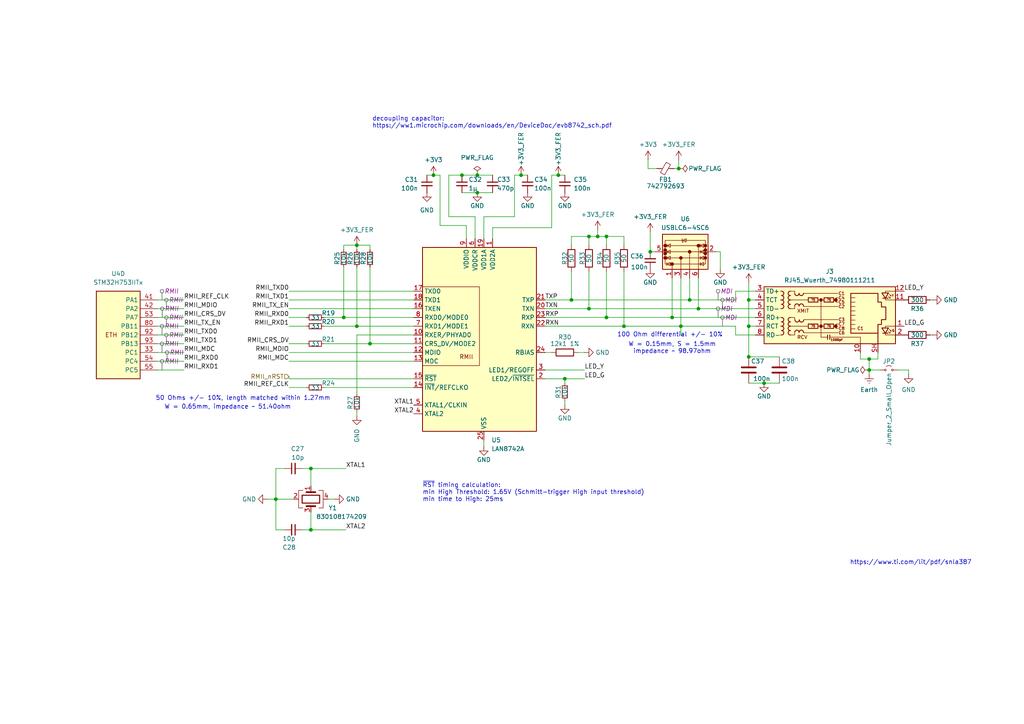
<source format=kicad_sch>
(kicad_sch
	(version 20250114)
	(generator "eeschema")
	(generator_version "9.0")
	(uuid "646f0ec7-69cc-4f42-8786-19ce68dbe63b")
	(paper "A4")
	
	(text "https://www.ti.com/lit/pdf/snla387"
		(exclude_from_sim no)
		(at 264.16 163.195 0)
		(effects
			(font
				(size 1.27 1.27)
			)
		)
		(uuid "07355253-d57a-4889-91b8-64d92046556e")
	)
	(text "W = 0.15mm, S = 1.5mm\nimpedance ~ 98.97ohm"
		(exclude_from_sim no)
		(at 194.945 100.965 0)
		(effects
			(font
				(size 1.27 1.27)
			)
		)
		(uuid "10599432-6846-41d9-90f3-59c5db07788b")
	)
	(text "W = 0.65mm, impedance ~ 51.40ohm"
		(exclude_from_sim no)
		(at 66.04 118.11 0)
		(effects
			(font
				(size 1.27 1.27)
			)
		)
		(uuid "5745eed2-7441-42db-b0b9-01fe9bde37af")
	)
	(text "~{RST} timing calculation:\nmin High Threshold: 1.65V (Schmitt-trigger High input threshold)\nmin time to High: 25ms"
		(exclude_from_sim no)
		(at 122.555 142.875 0)
		(effects
			(font
				(size 1.27 1.27)
			)
			(justify left)
		)
		(uuid "647e5c24-9002-4bcb-9253-b89a1429e58f")
	)
	(text "50 Ohms +/- 10%, length matched within 1.27mm"
		(exclude_from_sim no)
		(at 70.485 115.57 0)
		(effects
			(font
				(size 1.27 1.27)
			)
		)
		(uuid "87c95337-b4e4-4486-8203-c41b42b73555")
	)
	(text "decoupling capacitor:\nhttps://ww1.microchip.com/downloads/en/DeviceDoc/evb8742_sch.pdf"
		(exclude_from_sim no)
		(at 107.95 35.56 0)
		(effects
			(font
				(size 1.27 1.27)
			)
			(justify left)
		)
		(uuid "8daae0bb-64e3-4fc9-80ff-1c40c2265636")
	)
	(text "100 Ohm differential +/- 10%"
		(exclude_from_sim no)
		(at 194.31 97.155 0)
		(effects
			(font
				(size 1.27 1.27)
			)
		)
		(uuid "91dfeb50-624f-42c9-afcf-757a0abe0581")
	)
	(junction
		(at 196.85 48.895)
		(diameter 0)
		(color 0 0 0 0)
		(uuid "049ee6f0-edd9-4de9-9d41-d67b7d7371c4")
	)
	(junction
		(at 252.095 107.315)
		(diameter 0)
		(color 0 0 0 0)
		(uuid "0a4dc002-a1a1-4420-82d9-0f8650ef61be")
	)
	(junction
		(at 163.83 109.855)
		(diameter 0)
		(color 0 0 0 0)
		(uuid "1b0dfb70-1ae2-419b-8562-dfad3b9b2ec1")
	)
	(junction
		(at 103.505 94.615)
		(diameter 0)
		(color 0 0 0 0)
		(uuid "2035bcc3-7426-4bcb-8edc-fae5b3357d94")
	)
	(junction
		(at 200.025 86.995)
		(diameter 0)
		(color 0 0 0 0)
		(uuid "25b749c7-1401-4828-b757-2fd42b392ad0")
	)
	(junction
		(at 151.13 50.8)
		(diameter 0)
		(color 0 0 0 0)
		(uuid "2647d42f-9872-4cd1-b370-3dd4abad0ecf")
	)
	(junction
		(at 180.975 94.615)
		(diameter 0)
		(color 0 0 0 0)
		(uuid "365a1506-233c-4ff0-95cc-7f7a59db9742")
	)
	(junction
		(at 202.565 89.535)
		(diameter 0)
		(color 0 0 0 0)
		(uuid "3ca12dc6-f8f9-4eaf-895b-a0e59dca2ab8")
	)
	(junction
		(at 165.735 86.995)
		(diameter 0)
		(color 0 0 0 0)
		(uuid "463d78f6-9a6e-4f37-93c6-b49793c12db1")
	)
	(junction
		(at 161.925 50.8)
		(diameter 0)
		(color 0 0 0 0)
		(uuid "4d300525-7eec-4176-997d-066554a55c5b")
	)
	(junction
		(at 221.615 111.125)
		(diameter 0)
		(color 0 0 0 0)
		(uuid "5f43df96-af99-4f70-af0c-81c21162083a")
	)
	(junction
		(at 217.17 86.995)
		(diameter 0)
		(color 0 0 0 0)
		(uuid "608c3ba2-14a8-4f9c-8522-bde368058f20")
	)
	(junction
		(at 80.01 144.78)
		(diameter 0)
		(color 0 0 0 0)
		(uuid "787f373f-9e88-4948-aee8-3d2848b59e9a")
	)
	(junction
		(at 175.895 92.075)
		(diameter 0)
		(color 0 0 0 0)
		(uuid "7fe16ac2-7ca3-4751-a581-5dcb8a6c92fd")
	)
	(junction
		(at 125.73 50.8)
		(diameter 0)
		(color 0 0 0 0)
		(uuid "96e1967a-2115-41a7-88e9-acfb9aa5adde")
	)
	(junction
		(at 217.17 103.505)
		(diameter 0)
		(color 0 0 0 0)
		(uuid "9beb3c46-0a2f-4454-ac89-62302ac3b4b6")
	)
	(junction
		(at 194.945 92.075)
		(diameter 0)
		(color 0 0 0 0)
		(uuid "a08bb165-45d7-420a-ab75-11f530656dba")
	)
	(junction
		(at 99.695 92.075)
		(diameter 0)
		(color 0 0 0 0)
		(uuid "a19ea777-a0c8-4300-8c9c-2eff811d80a8")
	)
	(junction
		(at 197.485 94.615)
		(diameter 0)
		(color 0 0 0 0)
		(uuid "a5b71660-ae78-4f7a-a17b-3c071ec99f50")
	)
	(junction
		(at 173.355 68.58)
		(diameter 0)
		(color 0 0 0 0)
		(uuid "aae18f9d-4e04-46ce-b266-d0e944fa6fe0")
	)
	(junction
		(at 103.505 71.12)
		(diameter 0)
		(color 0 0 0 0)
		(uuid "abafef1c-2e60-46e4-a8ae-5d7767c8353f")
	)
	(junction
		(at 90.17 135.89)
		(diameter 0)
		(color 0 0 0 0)
		(uuid "aebe97b2-90e8-4de5-ae36-1e13702e691f")
	)
	(junction
		(at 217.17 94.615)
		(diameter 0)
		(color 0 0 0 0)
		(uuid "b9cce664-a30d-45fa-9a00-8b22b82def88")
	)
	(junction
		(at 170.815 89.535)
		(diameter 0)
		(color 0 0 0 0)
		(uuid "c3700580-2003-4b1e-b1bb-6f518b3b860f")
	)
	(junction
		(at 107.315 99.695)
		(diameter 0)
		(color 0 0 0 0)
		(uuid "d39b6d90-3daf-408a-85ef-31f5d5d58189")
	)
	(junction
		(at 170.815 68.58)
		(diameter 0)
		(color 0 0 0 0)
		(uuid "dbd60596-381e-4027-a0e0-5a70fa2bfffb")
	)
	(junction
		(at 175.895 68.58)
		(diameter 0)
		(color 0 0 0 0)
		(uuid "e67fad01-e732-47db-8c6b-05e5527967e6")
	)
	(junction
		(at 138.43 50.8)
		(diameter 0)
		(color 0 0 0 0)
		(uuid "eb5b30ac-37b3-4752-9ec5-cabbd714e075")
	)
	(junction
		(at 188.595 73.025)
		(diameter 0)
		(color 0 0 0 0)
		(uuid "f00bcc62-17d4-4f90-8f03-15fd4a6927a5")
	)
	(junction
		(at 90.17 153.67)
		(diameter 0)
		(color 0 0 0 0)
		(uuid "f671a679-fe35-4bcb-8fc5-8cfb555ede48")
	)
	(junction
		(at 138.43 55.88)
		(diameter 0)
		(color 0 0 0 0)
		(uuid "f7882165-b142-422f-b8b9-e7dd0618ad3f")
	)
	(junction
		(at 133.985 50.8)
		(diameter 0)
		(color 0 0 0 0)
		(uuid "f8fde5d8-42bd-473d-8f11-6dac1d9074ab")
	)
	(junction
		(at 252.095 104.14)
		(diameter 0)
		(color 0 0 0 0)
		(uuid "fe636ced-f702-4712-8005-0b89218216b5")
	)
	(wire
		(pts
			(xy 217.17 111.125) (xy 221.615 111.125)
		)
		(stroke
			(width 0)
			(type default)
		)
		(uuid "00144ff2-1693-4af6-869b-7e0a6c94bd1c")
	)
	(wire
		(pts
			(xy 160.02 50.8) (xy 160.02 66.04)
		)
		(stroke
			(width 0)
			(type default)
		)
		(uuid "01affafa-6033-4662-b39b-b9bf66857308")
	)
	(wire
		(pts
			(xy 80.01 144.78) (xy 77.47 144.78)
		)
		(stroke
			(width 0)
			(type default)
		)
		(uuid "01ba70ec-75c3-48c2-bdc1-3082c9c1ff85")
	)
	(wire
		(pts
			(xy 263.525 108.585) (xy 263.525 107.315)
		)
		(stroke
			(width 0)
			(type default)
		)
		(uuid "06da63f1-7d48-4675-bf23-6154b3e6b7ac")
	)
	(wire
		(pts
			(xy 170.815 68.58) (xy 173.355 68.58)
		)
		(stroke
			(width 0)
			(type default)
		)
		(uuid "08911034-c627-4506-90df-866254fed377")
	)
	(wire
		(pts
			(xy 188.595 73.025) (xy 189.865 73.025)
		)
		(stroke
			(width 0)
			(type default)
		)
		(uuid "0af78097-134e-4eab-8e4d-2b17537b0a86")
	)
	(wire
		(pts
			(xy 103.505 71.12) (xy 103.505 72.39)
		)
		(stroke
			(width 0)
			(type default)
		)
		(uuid "0d4f2b73-4153-4178-a506-1e102a676c5a")
	)
	(wire
		(pts
			(xy 173.355 68.58) (xy 175.895 68.58)
		)
		(stroke
			(width 0)
			(type default)
		)
		(uuid "0fccca0a-4dda-4e18-8f4f-5693216504e8")
	)
	(wire
		(pts
			(xy 202.565 89.535) (xy 219.075 89.535)
		)
		(stroke
			(width 0)
			(type default)
		)
		(uuid "13ba2b0e-cb92-40a2-8d8c-a77af3c25332")
	)
	(wire
		(pts
			(xy 197.485 80.645) (xy 197.485 94.615)
		)
		(stroke
			(width 0)
			(type default)
		)
		(uuid "14153454-30f0-4dab-8ae0-c828ed1f6807")
	)
	(wire
		(pts
			(xy 170.815 78.74) (xy 170.815 89.535)
		)
		(stroke
			(width 0)
			(type default)
		)
		(uuid "15301487-0332-4c24-87d6-9ebe513c5aa8")
	)
	(wire
		(pts
			(xy 180.975 78.74) (xy 180.975 94.615)
		)
		(stroke
			(width 0)
			(type default)
		)
		(uuid "16d55de7-d73b-4de9-a28a-2ad1512f7552")
	)
	(wire
		(pts
			(xy 173.355 66.675) (xy 173.355 68.58)
		)
		(stroke
			(width 0)
			(type default)
		)
		(uuid "20e0de63-6e19-4287-9b59-e7006fd03ea4")
	)
	(wire
		(pts
			(xy 165.735 71.12) (xy 165.735 68.58)
		)
		(stroke
			(width 0)
			(type default)
		)
		(uuid "2125a24a-c2df-4b5f-9ce4-1ba7ca1ac7f3")
	)
	(wire
		(pts
			(xy 217.17 94.615) (xy 219.075 94.615)
		)
		(stroke
			(width 0)
			(type default)
		)
		(uuid "220e8c9f-eddd-4d41-b867-0777ab93f49f")
	)
	(wire
		(pts
			(xy 45.72 92.075) (xy 53.34 92.075)
		)
		(stroke
			(width 0)
			(type default)
		)
		(uuid "23d2efb4-7bcc-48a4-909b-bbd3d05a2745")
	)
	(wire
		(pts
			(xy 158.115 94.615) (xy 180.975 94.615)
		)
		(stroke
			(width 0)
			(type default)
		)
		(uuid "2654fbbe-d5a5-49a7-96c1-e5d3d9cbd202")
	)
	(wire
		(pts
			(xy 103.505 97.155) (xy 103.505 114.3)
		)
		(stroke
			(width 0)
			(type default)
		)
		(uuid "26b370ea-f94a-4cc7-8796-34563f511ab4")
	)
	(wire
		(pts
			(xy 83.82 92.075) (xy 88.9 92.075)
		)
		(stroke
			(width 0)
			(type default)
		)
		(uuid "28e1c6e0-596e-45fc-a2ae-dfd4218dcc2b")
	)
	(wire
		(pts
			(xy 125.73 50.8) (xy 127.635 50.8)
		)
		(stroke
			(width 0)
			(type default)
		)
		(uuid "290a9c70-f7fb-4e52-9ec5-3c44da9fa8bb")
	)
	(wire
		(pts
			(xy 127.635 65.405) (xy 135.255 65.405)
		)
		(stroke
			(width 0)
			(type default)
		)
		(uuid "29531760-dd99-46ec-b090-373b73def878")
	)
	(wire
		(pts
			(xy 93.98 92.075) (xy 99.695 92.075)
		)
		(stroke
			(width 0)
			(type default)
		)
		(uuid "2b2480a8-a9e9-4d94-a36d-49898046089b")
	)
	(wire
		(pts
			(xy 45.72 104.775) (xy 53.34 104.775)
		)
		(stroke
			(width 0)
			(type default)
		)
		(uuid "2d1889fb-b78d-46bc-9b9f-a77d13ac50da")
	)
	(wire
		(pts
			(xy 149.225 62.865) (xy 140.335 62.865)
		)
		(stroke
			(width 0)
			(type default)
		)
		(uuid "2da8ee30-603c-4699-bd2a-d6150ecec628")
	)
	(wire
		(pts
			(xy 45.72 102.235) (xy 53.34 102.235)
		)
		(stroke
			(width 0)
			(type default)
		)
		(uuid "2fcd5923-5415-4aa0-b1b2-2572d5169ef0")
	)
	(wire
		(pts
			(xy 213.36 97.155) (xy 213.36 94.615)
		)
		(stroke
			(width 0)
			(type default)
		)
		(uuid "303ec749-b4df-4895-af78-935caf4ffa85")
	)
	(wire
		(pts
			(xy 249.555 102.235) (xy 249.555 104.14)
		)
		(stroke
			(width 0)
			(type default)
		)
		(uuid "339e1b2d-bb9b-420b-8721-d254f6400d5d")
	)
	(wire
		(pts
			(xy 83.82 102.235) (xy 120.015 102.235)
		)
		(stroke
			(width 0)
			(type default)
		)
		(uuid "34208d06-6624-45f4-8759-b98580b4cab6")
	)
	(wire
		(pts
			(xy 194.945 92.075) (xy 219.075 92.075)
		)
		(stroke
			(width 0)
			(type default)
		)
		(uuid "361b4f37-2c45-49ae-bac8-08f8134d397a")
	)
	(wire
		(pts
			(xy 83.82 94.615) (xy 88.9 94.615)
		)
		(stroke
			(width 0)
			(type default)
		)
		(uuid "3a18ed65-3736-42ee-a19e-d4fe4e0db912")
	)
	(wire
		(pts
			(xy 130.175 50.8) (xy 130.175 62.865)
		)
		(stroke
			(width 0)
			(type default)
		)
		(uuid "429cc455-908c-4731-9f3e-59cdf1306dda")
	)
	(wire
		(pts
			(xy 83.82 89.535) (xy 120.015 89.535)
		)
		(stroke
			(width 0)
			(type default)
		)
		(uuid "436c1e9b-5847-48e1-8461-50d0c76d4f4d")
	)
	(wire
		(pts
			(xy 163.83 109.855) (xy 158.115 109.855)
		)
		(stroke
			(width 0)
			(type default)
		)
		(uuid "43dae1d9-5de7-4a35-8a77-507e554c0068")
	)
	(wire
		(pts
			(xy 187.96 48.895) (xy 190.5 48.895)
		)
		(stroke
			(width 0)
			(type default)
		)
		(uuid "48a5b44a-d3cd-4119-adc8-7a67986557fb")
	)
	(wire
		(pts
			(xy 165.735 86.995) (xy 200.025 86.995)
		)
		(stroke
			(width 0)
			(type default)
		)
		(uuid "49a09884-c4f9-4fb9-af64-7c5e38ae0089")
	)
	(wire
		(pts
			(xy 107.315 77.47) (xy 107.315 99.695)
		)
		(stroke
			(width 0)
			(type default)
		)
		(uuid "4bc5c759-75f0-40ef-a141-a41cb1f491fc")
	)
	(wire
		(pts
			(xy 197.485 94.615) (xy 197.485 97.155)
		)
		(stroke
			(width 0)
			(type default)
		)
		(uuid "4beae831-b685-4a3f-8834-07b1056bc02e")
	)
	(wire
		(pts
			(xy 175.895 78.74) (xy 175.895 92.075)
		)
		(stroke
			(width 0)
			(type default)
		)
		(uuid "4d5374fe-a43a-4c9b-b414-195fc28fb9b7")
	)
	(wire
		(pts
			(xy 82.55 153.67) (xy 80.01 153.67)
		)
		(stroke
			(width 0)
			(type default)
		)
		(uuid "4e385c0d-88cc-48c9-a4b5-aefeda986768")
	)
	(wire
		(pts
			(xy 133.985 55.88) (xy 138.43 55.88)
		)
		(stroke
			(width 0)
			(type default)
		)
		(uuid "522a4a19-7f4a-411b-b5a1-ed8003c0efd3")
	)
	(wire
		(pts
			(xy 83.82 86.995) (xy 120.015 86.995)
		)
		(stroke
			(width 0)
			(type default)
		)
		(uuid "52bf19ae-217a-4d6e-9ab1-0d2ab2ccf89a")
	)
	(wire
		(pts
			(xy 270.51 86.995) (xy 269.875 86.995)
		)
		(stroke
			(width 0)
			(type default)
		)
		(uuid "55698565-bacc-4261-aa34-18d5c76ebd76")
	)
	(wire
		(pts
			(xy 83.82 84.455) (xy 120.015 84.455)
		)
		(stroke
			(width 0)
			(type default)
		)
		(uuid "5937e630-c0ef-452a-b08d-abca98131ba2")
	)
	(wire
		(pts
			(xy 45.72 89.535) (xy 53.34 89.535)
		)
		(stroke
			(width 0)
			(type default)
		)
		(uuid "5e24a51b-7d35-445e-a28a-0a7f428dde79")
	)
	(wire
		(pts
			(xy 95.25 144.78) (xy 97.155 144.78)
		)
		(stroke
			(width 0)
			(type default)
		)
		(uuid "61508d60-da4b-43b3-894f-9d6e19fa150a")
	)
	(wire
		(pts
			(xy 103.505 97.155) (xy 120.015 97.155)
		)
		(stroke
			(width 0)
			(type default)
		)
		(uuid "61b320ff-404a-46cc-a700-a316d6f91a6b")
	)
	(wire
		(pts
			(xy 187.96 46.355) (xy 187.96 48.895)
		)
		(stroke
			(width 0)
			(type default)
		)
		(uuid "61d58686-f4f3-4cd0-9e72-c6599e6e60e5")
	)
	(wire
		(pts
			(xy 163.83 109.855) (xy 163.83 111.125)
		)
		(stroke
			(width 0)
			(type default)
		)
		(uuid "674f085f-fb53-4729-8e44-4201119212aa")
	)
	(wire
		(pts
			(xy 130.175 50.8) (xy 133.985 50.8)
		)
		(stroke
			(width 0)
			(type default)
		)
		(uuid "68f2f386-eb02-421e-a7d1-2f8fbe6da36d")
	)
	(wire
		(pts
			(xy 213.36 84.455) (xy 219.075 84.455)
		)
		(stroke
			(width 0)
			(type default)
		)
		(uuid "6afcbffe-476b-4748-95fe-8ea452c242cd")
	)
	(wire
		(pts
			(xy 45.72 99.695) (xy 53.34 99.695)
		)
		(stroke
			(width 0)
			(type default)
		)
		(uuid "6b66700f-6440-4a98-9ea2-912876cb0c86")
	)
	(wire
		(pts
			(xy 252.095 107.315) (xy 255.27 107.315)
		)
		(stroke
			(width 0)
			(type default)
		)
		(uuid "6c6c5d66-4a78-43a2-ad9f-8471ed731a0b")
	)
	(wire
		(pts
			(xy 180.975 68.58) (xy 180.975 71.12)
		)
		(stroke
			(width 0)
			(type default)
		)
		(uuid "6c972cd1-4da0-4615-aed0-1b0e67e4768a")
	)
	(wire
		(pts
			(xy 219.075 86.995) (xy 217.17 86.995)
		)
		(stroke
			(width 0)
			(type default)
		)
		(uuid "6e785828-3fe3-4bff-b9a6-2ec11b609e3c")
	)
	(wire
		(pts
			(xy 197.485 97.155) (xy 198.12 97.155)
		)
		(stroke
			(width 0)
			(type default)
		)
		(uuid "76a2ac1e-6960-48ad-ba9c-9f14d2bf573b")
	)
	(wire
		(pts
			(xy 217.17 103.505) (xy 226.06 103.505)
		)
		(stroke
			(width 0)
			(type default)
		)
		(uuid "78aba207-eb8b-48e5-be39-c7b69e8a494c")
	)
	(wire
		(pts
			(xy 270.51 97.155) (xy 269.875 97.155)
		)
		(stroke
			(width 0)
			(type default)
		)
		(uuid "7bcc2f40-53e0-4560-bac4-206255dca4e5")
	)
	(wire
		(pts
			(xy 99.695 92.075) (xy 120.015 92.075)
		)
		(stroke
			(width 0)
			(type default)
		)
		(uuid "7c2481da-70c0-4909-862e-16149359c609")
	)
	(wire
		(pts
			(xy 133.985 50.8) (xy 138.43 50.8)
		)
		(stroke
			(width 0)
			(type default)
		)
		(uuid "7c97ce75-94c9-4b10-8262-850d8bbb3df6")
	)
	(wire
		(pts
			(xy 90.17 135.89) (xy 90.17 140.97)
		)
		(stroke
			(width 0)
			(type default)
		)
		(uuid "7ea64745-433b-4445-8340-fe5232f8e914")
	)
	(wire
		(pts
			(xy 93.98 112.395) (xy 120.015 112.395)
		)
		(stroke
			(width 0)
			(type default)
		)
		(uuid "7fbc9325-e968-4f74-9b93-5bd8d08d7e5f")
	)
	(wire
		(pts
			(xy 103.505 71.12) (xy 107.315 71.12)
		)
		(stroke
			(width 0)
			(type default)
		)
		(uuid "800530cc-c4d2-4a7e-91f0-76d71f148cbd")
	)
	(wire
		(pts
			(xy 169.545 107.315) (xy 158.115 107.315)
		)
		(stroke
			(width 0)
			(type default)
		)
		(uuid "812ff3f7-f076-40b5-8856-3a597416b7eb")
	)
	(wire
		(pts
			(xy 208.915 78.105) (xy 208.915 73.025)
		)
		(stroke
			(width 0)
			(type default)
		)
		(uuid "83ea4a83-a30c-48bd-9175-53b0aa084a6a")
	)
	(wire
		(pts
			(xy 202.565 80.645) (xy 202.565 89.535)
		)
		(stroke
			(width 0)
			(type default)
		)
		(uuid "844c7d9a-2512-4543-9eaa-a5b6ef7c4a42")
	)
	(wire
		(pts
			(xy 99.695 77.47) (xy 99.695 92.075)
		)
		(stroke
			(width 0)
			(type default)
		)
		(uuid "871fb53c-fd13-4b02-abc0-fe5e27b7b0a5")
	)
	(wire
		(pts
			(xy 158.115 89.535) (xy 170.815 89.535)
		)
		(stroke
			(width 0)
			(type default)
		)
		(uuid "8a403cb8-dfd3-4ae5-be0f-3761e62ab178")
	)
	(wire
		(pts
			(xy 83.82 99.695) (xy 88.9 99.695)
		)
		(stroke
			(width 0)
			(type default)
		)
		(uuid "8a5a1edd-b612-4278-ace6-d9a58e952d76")
	)
	(wire
		(pts
			(xy 103.505 94.615) (xy 120.015 94.615)
		)
		(stroke
			(width 0)
			(type default)
		)
		(uuid "8bc3e9a0-e3c7-4ab7-81fe-5f240abc8e28")
	)
	(wire
		(pts
			(xy 208.915 73.025) (xy 207.645 73.025)
		)
		(stroke
			(width 0)
			(type default)
		)
		(uuid "8c28dfd6-f055-4f0f-bfd7-60187e203c7b")
	)
	(wire
		(pts
			(xy 169.545 109.855) (xy 163.83 109.855)
		)
		(stroke
			(width 0)
			(type default)
		)
		(uuid "8ded6cc0-737a-4c89-89a1-f1139eb4cc8e")
	)
	(wire
		(pts
			(xy 83.82 104.775) (xy 120.015 104.775)
		)
		(stroke
			(width 0)
			(type default)
		)
		(uuid "8e0b8178-31de-48d9-b9c1-9458379f8036")
	)
	(wire
		(pts
			(xy 165.735 78.74) (xy 165.735 86.995)
		)
		(stroke
			(width 0)
			(type default)
		)
		(uuid "91da2b26-22a0-4542-b2ee-931d057c3727")
	)
	(wire
		(pts
			(xy 90.17 153.67) (xy 87.63 153.67)
		)
		(stroke
			(width 0)
			(type default)
		)
		(uuid "92bf7c38-400d-49d1-ad9d-4d9a6ce02c7c")
	)
	(wire
		(pts
			(xy 217.17 81.915) (xy 217.17 86.995)
		)
		(stroke
			(width 0)
			(type default)
		)
		(uuid "94478a99-c3c4-4e4c-a495-d24168655c5f")
	)
	(wire
		(pts
			(xy 127.635 50.8) (xy 127.635 65.405)
		)
		(stroke
			(width 0)
			(type default)
		)
		(uuid "94a1c5ba-7c20-4a13-9b87-f0fa0e9f28df")
	)
	(wire
		(pts
			(xy 254.635 102.235) (xy 254.635 104.14)
		)
		(stroke
			(width 0)
			(type default)
		)
		(uuid "952da97a-927e-4ca1-baaf-7ff4a88abfb2")
	)
	(wire
		(pts
			(xy 200.025 80.645) (xy 200.025 86.995)
		)
		(stroke
			(width 0)
			(type default)
		)
		(uuid "96b09ffb-ad65-455f-8fc1-4930cffaf8de")
	)
	(wire
		(pts
			(xy 252.095 104.14) (xy 254.635 104.14)
		)
		(stroke
			(width 0)
			(type default)
		)
		(uuid "97f110a7-551f-4025-aabc-dea7c2b7dcd7")
	)
	(wire
		(pts
			(xy 249.555 104.14) (xy 252.095 104.14)
		)
		(stroke
			(width 0)
			(type default)
		)
		(uuid "984cd56c-c49f-48f8-aa4b-f552714fdc23")
	)
	(wire
		(pts
			(xy 45.72 107.315) (xy 53.34 107.315)
		)
		(stroke
			(width 0)
			(type default)
		)
		(uuid "9885e643-76f4-43fa-bcbf-55ff7c90248a")
	)
	(wire
		(pts
			(xy 194.945 80.645) (xy 194.945 92.075)
		)
		(stroke
			(width 0)
			(type default)
		)
		(uuid "98a726b6-814f-4948-8882-5419f4c5eff6")
	)
	(wire
		(pts
			(xy 80.01 135.89) (xy 82.55 135.89)
		)
		(stroke
			(width 0)
			(type default)
		)
		(uuid "9b556e72-6b69-440e-8dd6-395eced69758")
	)
	(wire
		(pts
			(xy 260.35 107.315) (xy 263.525 107.315)
		)
		(stroke
			(width 0)
			(type default)
		)
		(uuid "9cf1c10b-b647-46e8-a76f-84bc75175116")
	)
	(wire
		(pts
			(xy 83.82 112.395) (xy 88.9 112.395)
		)
		(stroke
			(width 0)
			(type default)
		)
		(uuid "9d47613c-b2e9-47d4-b847-783c0eecfe36")
	)
	(wire
		(pts
			(xy 80.01 144.78) (xy 85.09 144.78)
		)
		(stroke
			(width 0)
			(type default)
		)
		(uuid "9e328c0b-b8d0-44c3-9502-a376eb60c70f")
	)
	(wire
		(pts
			(xy 195.58 48.895) (xy 196.85 48.895)
		)
		(stroke
			(width 0)
			(type default)
		)
		(uuid "9f77652f-e7f9-4d2e-9fd8-b7fed4b023d7")
	)
	(wire
		(pts
			(xy 45.72 97.155) (xy 53.34 97.155)
		)
		(stroke
			(width 0)
			(type default)
		)
		(uuid "a15bffc4-03ec-4494-b211-30b28e55de7c")
	)
	(wire
		(pts
			(xy 161.925 50.8) (xy 163.83 50.8)
		)
		(stroke
			(width 0)
			(type default)
		)
		(uuid "a1b019fd-8deb-484b-9046-8f51a332eb08")
	)
	(wire
		(pts
			(xy 100.33 135.89) (xy 90.17 135.89)
		)
		(stroke
			(width 0)
			(type default)
		)
		(uuid "a3ac8f3e-6ccb-4afa-b5be-fc8a54d1b5c3")
	)
	(wire
		(pts
			(xy 160.02 50.8) (xy 161.925 50.8)
		)
		(stroke
			(width 0)
			(type default)
		)
		(uuid "a6e42b82-5250-4794-aa1b-6a9d3cc2a740")
	)
	(wire
		(pts
			(xy 83.82 109.855) (xy 120.015 109.855)
		)
		(stroke
			(width 0)
			(type default)
		)
		(uuid "a7600a51-bba3-4568-95e4-a911a671451b")
	)
	(wire
		(pts
			(xy 153.035 50.8) (xy 151.13 50.8)
		)
		(stroke
			(width 0)
			(type default)
		)
		(uuid "a78d45b3-6f4b-40c8-b675-b373cdf2db95")
	)
	(wire
		(pts
			(xy 80.01 144.78) (xy 80.01 135.89)
		)
		(stroke
			(width 0)
			(type default)
		)
		(uuid "a80f71b5-806b-448e-8d71-c0fa43b87a80")
	)
	(wire
		(pts
			(xy 160.02 66.04) (xy 142.875 66.04)
		)
		(stroke
			(width 0)
			(type default)
		)
		(uuid "aca29c85-595d-4868-bff2-7837dc83bbb1")
	)
	(wire
		(pts
			(xy 175.895 68.58) (xy 175.895 71.12)
		)
		(stroke
			(width 0)
			(type default)
		)
		(uuid "acfd7b76-16dc-49f2-a48a-5c7cd1ce04e7")
	)
	(wire
		(pts
			(xy 45.72 86.995) (xy 53.34 86.995)
		)
		(stroke
			(width 0)
			(type default)
		)
		(uuid "ad8abd60-dcfd-4719-84a8-2aa3bb4d78e2")
	)
	(wire
		(pts
			(xy 100.33 153.67) (xy 90.17 153.67)
		)
		(stroke
			(width 0)
			(type default)
		)
		(uuid "adc8bd2c-37d6-4047-8788-f3094fbc5d11")
	)
	(wire
		(pts
			(xy 103.505 77.47) (xy 103.505 94.615)
		)
		(stroke
			(width 0)
			(type default)
		)
		(uuid "b147d74c-0249-49e5-ba86-6d63126ec931")
	)
	(wire
		(pts
			(xy 140.335 127.635) (xy 140.335 129.54)
		)
		(stroke
			(width 0)
			(type default)
		)
		(uuid "b15c7db4-bbd8-467f-ada9-e6ccec227f53")
	)
	(wire
		(pts
			(xy 217.17 94.615) (xy 217.17 103.505)
		)
		(stroke
			(width 0)
			(type default)
		)
		(uuid "b3b6295f-3bd7-4cb7-8d2f-5eb061c3ec6f")
	)
	(wire
		(pts
			(xy 196.85 46.355) (xy 196.85 48.895)
		)
		(stroke
			(width 0)
			(type default)
		)
		(uuid "b3eb0eee-b544-43cc-ac14-ef786a2e8e70")
	)
	(wire
		(pts
			(xy 123.825 50.8) (xy 125.73 50.8)
		)
		(stroke
			(width 0)
			(type default)
		)
		(uuid "b52cdca1-6194-43f7-a3da-9f51f82530cf")
	)
	(wire
		(pts
			(xy 45.72 94.615) (xy 53.34 94.615)
		)
		(stroke
			(width 0)
			(type default)
		)
		(uuid "b659373f-abac-4095-91b7-3cd134be45d6")
	)
	(wire
		(pts
			(xy 135.255 65.405) (xy 135.255 69.215)
		)
		(stroke
			(width 0)
			(type default)
		)
		(uuid "b9e03fb6-2f0c-4279-b9d4-c71f9ecc5acc")
	)
	(wire
		(pts
			(xy 175.895 92.075) (xy 194.945 92.075)
		)
		(stroke
			(width 0)
			(type default)
		)
		(uuid "bba6544d-7714-4872-8583-92941f4db7f0")
	)
	(wire
		(pts
			(xy 221.615 111.125) (xy 226.06 111.125)
		)
		(stroke
			(width 0)
			(type default)
		)
		(uuid "bbbb2aa4-d452-4a66-bb98-5d058a59c6cb")
	)
	(wire
		(pts
			(xy 170.815 89.535) (xy 202.565 89.535)
		)
		(stroke
			(width 0)
			(type default)
		)
		(uuid "bd0553eb-77a6-4647-a4c3-297b942873da")
	)
	(wire
		(pts
			(xy 99.695 71.12) (xy 103.505 71.12)
		)
		(stroke
			(width 0)
			(type default)
		)
		(uuid "be79e75b-7ed4-4d49-a22c-57af6699a84b")
	)
	(wire
		(pts
			(xy 158.115 92.075) (xy 175.895 92.075)
		)
		(stroke
			(width 0)
			(type default)
		)
		(uuid "bea9ac0c-383b-43e8-bd7a-ed1b0184cb56")
	)
	(wire
		(pts
			(xy 163.83 116.205) (xy 163.83 117.475)
		)
		(stroke
			(width 0)
			(type default)
		)
		(uuid "bf9515c4-18eb-4e02-b1ea-e1efa3d812c6")
	)
	(wire
		(pts
			(xy 252.095 104.14) (xy 252.095 107.315)
		)
		(stroke
			(width 0)
			(type default)
		)
		(uuid "c00f1a19-9a24-4f94-a353-f0a3934af9f0")
	)
	(wire
		(pts
			(xy 160.02 102.235) (xy 158.115 102.235)
		)
		(stroke
			(width 0)
			(type default)
		)
		(uuid "c2a5f62a-48ec-4025-9c16-f41f634127df")
	)
	(wire
		(pts
			(xy 93.98 94.615) (xy 103.505 94.615)
		)
		(stroke
			(width 0)
			(type default)
		)
		(uuid "c4f9098d-65a2-45fb-a988-1643465e1e0a")
	)
	(wire
		(pts
			(xy 107.315 99.695) (xy 120.015 99.695)
		)
		(stroke
			(width 0)
			(type default)
		)
		(uuid "c50b4b23-93b6-4403-895a-1d659fd37072")
	)
	(wire
		(pts
			(xy 151.13 50.8) (xy 149.225 50.8)
		)
		(stroke
			(width 0)
			(type default)
		)
		(uuid "c53fef38-6ac5-421b-a1b6-5eebd9c4aea7")
	)
	(wire
		(pts
			(xy 99.695 72.39) (xy 99.695 71.12)
		)
		(stroke
			(width 0)
			(type default)
		)
		(uuid "c9abb0ee-9525-464f-8566-fa1f334bf4be")
	)
	(wire
		(pts
			(xy 165.735 86.995) (xy 158.115 86.995)
		)
		(stroke
			(width 0)
			(type default)
		)
		(uuid "cc6e4fa6-f53d-490b-8743-526a9100e71d")
	)
	(wire
		(pts
			(xy 188.595 67.31) (xy 188.595 73.025)
		)
		(stroke
			(width 0)
			(type default)
		)
		(uuid "cd10e510-1d6c-49af-97e6-ac8446a06643")
	)
	(wire
		(pts
			(xy 213.36 97.155) (xy 219.075 97.155)
		)
		(stroke
			(width 0)
			(type default)
		)
		(uuid "cdf3343a-e54a-48d4-a6b3-953fb3fa9220")
	)
	(wire
		(pts
			(xy 252.095 107.315) (xy 252.095 108.585)
		)
		(stroke
			(width 0)
			(type default)
		)
		(uuid "d0c6e02d-e1dd-4228-9250-0c868f09525e")
	)
	(wire
		(pts
			(xy 165.735 68.58) (xy 170.815 68.58)
		)
		(stroke
			(width 0)
			(type default)
		)
		(uuid "d1826d52-0eba-4306-9409-8f71d86591ce")
	)
	(wire
		(pts
			(xy 103.505 119.38) (xy 103.505 120.65)
		)
		(stroke
			(width 0)
			(type default)
		)
		(uuid "d32a798a-2e1b-4535-8805-d7e5ea0eaae2")
	)
	(wire
		(pts
			(xy 137.795 62.865) (xy 137.795 69.215)
		)
		(stroke
			(width 0)
			(type default)
		)
		(uuid "d7719353-f0ae-4b86-8de9-287fbe617e2c")
	)
	(wire
		(pts
			(xy 80.01 153.67) (xy 80.01 144.78)
		)
		(stroke
			(width 0)
			(type default)
		)
		(uuid "d99d427d-7613-4dc3-975f-e7800535aed9")
	)
	(wire
		(pts
			(xy 130.175 62.865) (xy 137.795 62.865)
		)
		(stroke
			(width 0)
			(type default)
		)
		(uuid "db4fcfd2-aede-4844-ac04-0715279789dd")
	)
	(wire
		(pts
			(xy 217.17 86.995) (xy 217.17 94.615)
		)
		(stroke
			(width 0)
			(type default)
		)
		(uuid "dd18eb2c-730b-4e31-ae7a-f77b42140eed")
	)
	(wire
		(pts
			(xy 180.975 94.615) (xy 197.485 94.615)
		)
		(stroke
			(width 0)
			(type default)
		)
		(uuid "e155ea79-d884-4589-86ae-8bf43c64a009")
	)
	(wire
		(pts
			(xy 170.815 68.58) (xy 170.815 71.12)
		)
		(stroke
			(width 0)
			(type default)
		)
		(uuid "e50b5493-8d01-4a3e-887c-511eeba7286c")
	)
	(wire
		(pts
			(xy 107.315 71.12) (xy 107.315 72.39)
		)
		(stroke
			(width 0)
			(type default)
		)
		(uuid "e5eb505e-e779-4399-a8f9-e3921bbc7710")
	)
	(wire
		(pts
			(xy 149.225 50.8) (xy 149.225 62.865)
		)
		(stroke
			(width 0)
			(type default)
		)
		(uuid "e7abd211-a126-4e86-8ac4-cd6f7b1d8db2")
	)
	(wire
		(pts
			(xy 83.82 109.22) (xy 83.82 109.855)
		)
		(stroke
			(width 0)
			(type default)
		)
		(uuid "e82de660-4928-479d-a481-d1a1b6f4eb9b")
	)
	(wire
		(pts
			(xy 175.895 68.58) (xy 180.975 68.58)
		)
		(stroke
			(width 0)
			(type default)
		)
		(uuid "e9739e40-1808-4fcf-b512-cf42ab4a7959")
	)
	(wire
		(pts
			(xy 87.63 135.89) (xy 90.17 135.89)
		)
		(stroke
			(width 0)
			(type default)
		)
		(uuid "ec87a965-a33e-4bb4-8d61-2d5e11d06920")
	)
	(wire
		(pts
			(xy 169.545 102.235) (xy 167.64 102.235)
		)
		(stroke
			(width 0)
			(type default)
		)
		(uuid "ee017901-6604-4033-9edb-84ee8341180e")
	)
	(wire
		(pts
			(xy 142.875 66.04) (xy 142.875 69.215)
		)
		(stroke
			(width 0)
			(type default)
		)
		(uuid "ef6e78f6-c7ec-4702-9f2f-afc339511181")
	)
	(wire
		(pts
			(xy 213.36 84.455) (xy 213.36 86.995)
		)
		(stroke
			(width 0)
			(type default)
		)
		(uuid "f046ebd9-0e75-4b81-b0e1-a29ab86d327a")
	)
	(wire
		(pts
			(xy 90.17 148.59) (xy 90.17 153.67)
		)
		(stroke
			(width 0)
			(type default)
		)
		(uuid "f0ad7163-6cf0-4dc0-8878-cd318ce0e966")
	)
	(wire
		(pts
			(xy 138.43 50.8) (xy 142.875 50.8)
		)
		(stroke
			(width 0)
			(type default)
		)
		(uuid "f23d3adc-604b-4fd1-8d73-2802a9086ee8")
	)
	(wire
		(pts
			(xy 93.98 99.695) (xy 107.315 99.695)
		)
		(stroke
			(width 0)
			(type default)
		)
		(uuid "f356096d-2687-4997-8b33-afe93c339623")
	)
	(wire
		(pts
			(xy 197.485 94.615) (xy 213.36 94.615)
		)
		(stroke
			(width 0)
			(type default)
		)
		(uuid "f777bd94-5c8f-44f7-bc49-b7f1a4b4e9a0")
	)
	(wire
		(pts
			(xy 138.43 55.88) (xy 142.875 55.88)
		)
		(stroke
			(width 0)
			(type default)
		)
		(uuid "fd0b2736-439e-4d04-8d91-08fda19dd721")
	)
	(wire
		(pts
			(xy 200.025 86.995) (xy 213.36 86.995)
		)
		(stroke
			(width 0)
			(type default)
		)
		(uuid "fd79d2dc-88de-46de-80ed-e7c3404d6f02")
	)
	(wire
		(pts
			(xy 140.335 62.865) (xy 140.335 69.215)
		)
		(stroke
			(width 0)
			(type default)
		)
		(uuid "fd9413b9-7e53-4c78-b960-1364993f86fe")
	)
	(label "RMII_REF_CLK"
		(at 83.82 112.395 180)
		(effects
			(font
				(size 1.27 1.27)
			)
			(justify right bottom)
		)
		(uuid "26607b01-67c9-4133-821a-3356345fb417")
	)
	(label "RMII_TX_EN"
		(at 83.82 89.535 180)
		(effects
			(font
				(size 1.27 1.27)
			)
			(justify right bottom)
		)
		(uuid "29c18692-8289-4c7f-8256-bce50a093eab")
	)
	(label "RXN"
		(at 158.115 94.615 0)
		(effects
			(font
				(size 1.27 1.27)
			)
			(justify left bottom)
		)
		(uuid "35720338-fa14-40b1-9fd7-6f00f8ea5477")
	)
	(label "LED_Y"
		(at 169.545 107.315 0)
		(effects
			(font
				(size 1.27 1.27)
			)
			(justify left bottom)
		)
		(uuid "3c4d43cd-5185-4af6-a0ca-371a8baf3403")
	)
	(label "XTAL2"
		(at 120.015 120.015 180)
		(effects
			(font
				(size 1.27 1.27)
			)
			(justify right bottom)
		)
		(uuid "46df73cb-ee33-42a6-903d-3ad9319d678f")
	)
	(label "XTAL2"
		(at 100.33 153.67 0)
		(effects
			(font
				(size 1.27 1.27)
			)
			(just
... [95362 chars truncated]
</source>
